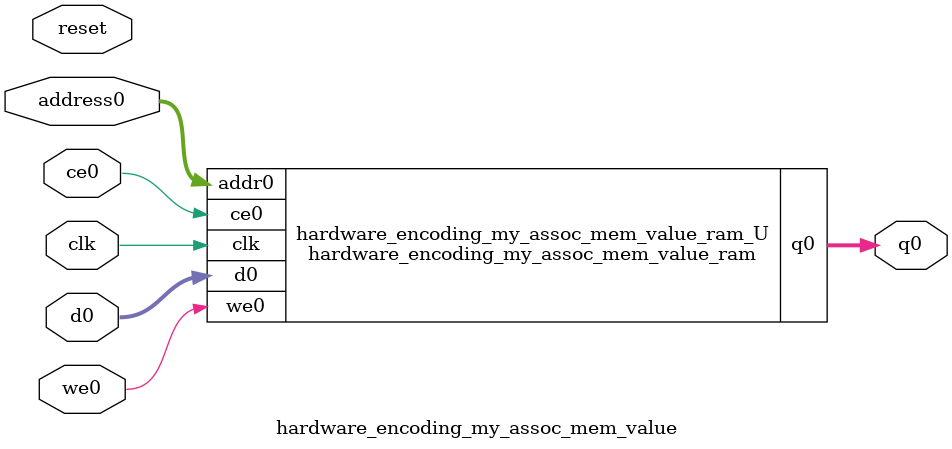
<source format=v>
`timescale 1 ns / 1 ps
module hardware_encoding_my_assoc_mem_value_ram (addr0, ce0, d0, we0, q0,  clk);

parameter DWIDTH = 12;
parameter AWIDTH = 6;
parameter MEM_SIZE = 64;

input[AWIDTH-1:0] addr0;
input ce0;
input[DWIDTH-1:0] d0;
input we0;
output reg[DWIDTH-1:0] q0;
input clk;

reg [DWIDTH-1:0] ram[0:MEM_SIZE-1];




always @(posedge clk)  
begin 
    if (ce0) begin
        if (we0) 
            ram[addr0] <= d0; 
        q0 <= ram[addr0];
    end
end


endmodule

`timescale 1 ns / 1 ps
module hardware_encoding_my_assoc_mem_value(
    reset,
    clk,
    address0,
    ce0,
    we0,
    d0,
    q0);

parameter DataWidth = 32'd12;
parameter AddressRange = 32'd64;
parameter AddressWidth = 32'd6;
input reset;
input clk;
input[AddressWidth - 1:0] address0;
input ce0;
input we0;
input[DataWidth - 1:0] d0;
output[DataWidth - 1:0] q0;



hardware_encoding_my_assoc_mem_value_ram hardware_encoding_my_assoc_mem_value_ram_U(
    .clk( clk ),
    .addr0( address0 ),
    .ce0( ce0 ),
    .we0( we0 ),
    .d0( d0 ),
    .q0( q0 ));

endmodule


</source>
